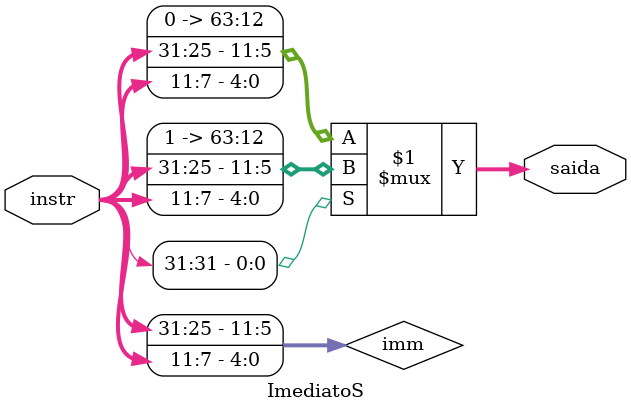
<source format=v>
module ImediatoS #(parameter BITSENTRADA = 32, BITSIMM = 12, BITSSAIDA = 64)
(instr, saida);

input [BITSENTRADA-1:0] instr;
wire [BITSIMM-1:0] imm;
output [BITSSAIDA-1:0] saida;

assign imm = {instr[31:25], instr[11:7]};
assign saida = imm[BITSIMM - 1] ? {~(52'b0), imm} :
                                        {52'b0, imm};


endmodule
</source>
